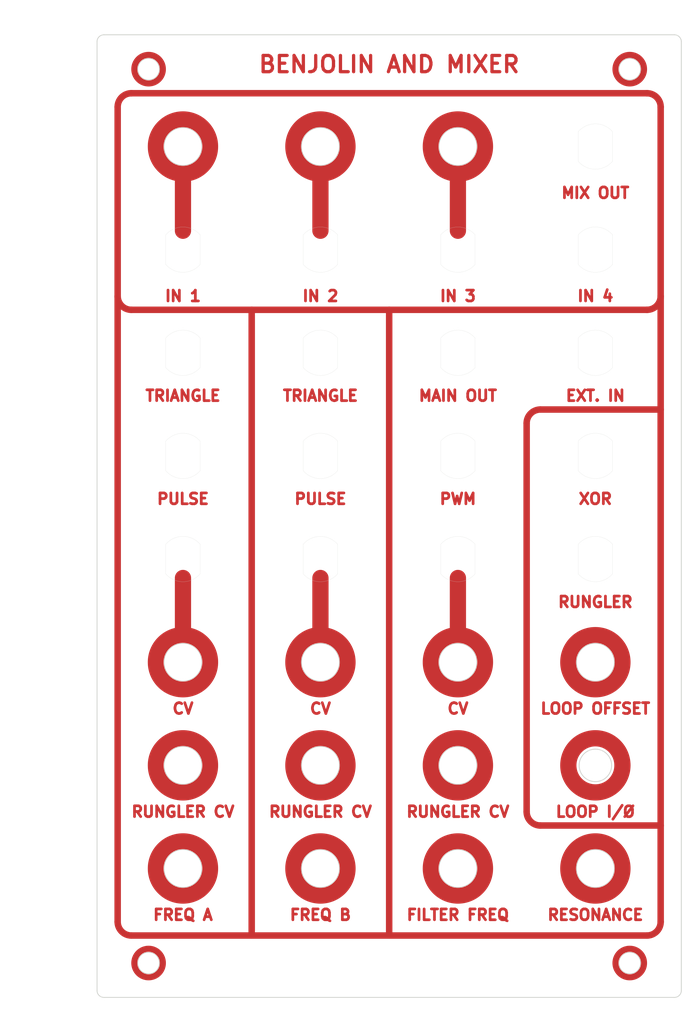
<source format=kicad_pcb>
(kicad_pcb (version 20171130) (host pcbnew "(5.1.2)-2")

  (general
    (thickness 1.6)
    (drawings 170)
    (tracks 0)
    (zones 0)
    (modules 17)
    (nets 1)
  )

  (page A4)
  (title_block
    (title "Benjolin and Mixer")
    (date 2019-07-18)
    (company "Brian Davis")
  )

  (layers
    (0 F.Cu signal)
    (31 B.Cu signal)
    (32 B.Adhes user)
    (33 F.Adhes user)
    (34 B.Paste user)
    (35 F.Paste user)
    (36 B.SilkS user)
    (37 F.SilkS user)
    (38 B.Mask user)
    (39 F.Mask user hide)
    (40 Dwgs.User user)
    (41 Cmts.User user)
    (42 Eco1.User user)
    (43 Eco2.User user)
    (44 Edge.Cuts user)
    (45 Margin user)
    (46 B.CrtYd user)
    (47 F.CrtYd user)
    (48 B.Fab user)
    (49 F.Fab user)
  )

  (setup
    (last_trace_width 0.25)
    (user_trace_width 0.381)
    (user_trace_width 0.508)
    (user_trace_width 0.8128)
    (trace_clearance 0.2)
    (zone_clearance 0.508)
    (zone_45_only no)
    (trace_min 0.2)
    (via_size 0.8)
    (via_drill 0.4)
    (via_min_size 0.4)
    (via_min_drill 0.3)
    (uvia_size 0.3)
    (uvia_drill 0.1)
    (uvias_allowed no)
    (uvia_min_size 0.2)
    (uvia_min_drill 0.1)
    (edge_width 0.15)
    (segment_width 0.15)
    (pcb_text_width 0.3)
    (pcb_text_size 1.5 1.5)
    (mod_edge_width 0.15)
    (mod_text_size 1 1)
    (mod_text_width 0.15)
    (pad_size 1.524 1.524)
    (pad_drill 0.762)
    (pad_to_mask_clearance 0.051)
    (solder_mask_min_width 0.25)
    (aux_axis_origin 0 0)
    (visible_elements 7FFFFFFF)
    (pcbplotparams
      (layerselection 0x010c0_ffffffff)
      (usegerberextensions false)
      (usegerberattributes false)
      (usegerberadvancedattributes false)
      (creategerberjobfile false)
      (excludeedgelayer false)
      (linewidth 0.020000)
      (plotframeref false)
      (viasonmask false)
      (mode 1)
      (useauxorigin true)
      (hpglpennumber 1)
      (hpglpenspeed 20)
      (hpglpendiameter 15.000000)
      (psnegative false)
      (psa4output false)
      (plotreference true)
      (plotvalue true)
      (plotinvisibletext false)
      (padsonsilk false)
      (subtractmaskfromsilk false)
      (outputformat 1)
      (mirror false)
      (drillshape 0)
      (scaleselection 1)
      (outputdirectory "Panel_Gerbers/"))
  )

  (net 0 "")

  (net_class Default "This is the default net class."
    (clearance 0.2)
    (trace_width 0.25)
    (via_dia 0.8)
    (via_drill 0.4)
    (uvia_dia 0.3)
    (uvia_drill 0.1)
  )

  (module "SynthComponents:Banana _Jack_Panel" (layer F.Cu) (tedit 5D2FAFB4) (tstamp 5D3096B0)
    (at 159.385 52.3875)
    (fp_text reference REF** (at 0.0127 1.7399) (layer F.SilkS) hide
      (effects (font (size 1 1) (thickness 0.15)))
    )
    (fp_text value "Banana Jack" (at 0.02286 -6.69544) (layer F.Fab) hide
      (effects (font (size 1 1) (thickness 0.15)))
    )
    (fp_arc (start 0 0) (end -3.174999 2.730499) (angle -98.6) (layer Edge.Cuts) (width 0.0254))
    (fp_arc (start 0 0) (end 3.174999 -2.730499) (angle -98.6) (layer Edge.Cuts) (width 0.0254))
    (fp_line (start -3.175 -2.7305) (end -3.175 2.7305) (layer Edge.Cuts) (width 0.0254))
    (fp_line (start 3.174999 -2.730499) (end 3.175 2.7305) (layer Edge.Cuts) (width 0.0254))
    (fp_circle (center 0 0) (end 5.8166 0) (layer Dwgs.User) (width 0.15))
  )

  (module "SynthComponents:Banana _Jack_Panel" (layer F.Cu) (tedit 5D2FAFB4) (tstamp 5D309740)
    (at 133.985 90.4875)
    (fp_text reference REF** (at 0.0127 1.7399) (layer F.SilkS) hide
      (effects (font (size 1 1) (thickness 0.15)))
    )
    (fp_text value "Banana Jack" (at 0.02286 -6.69544) (layer F.Fab) hide
      (effects (font (size 1 1) (thickness 0.15)))
    )
    (fp_circle (center 0 0) (end 5.8166 0) (layer Dwgs.User) (width 0.15))
    (fp_line (start 3.174999 -2.730499) (end 3.175 2.7305) (layer Edge.Cuts) (width 0.0254))
    (fp_line (start -3.175 -2.7305) (end -3.175 2.7305) (layer Edge.Cuts) (width 0.0254))
    (fp_arc (start 0 0) (end 3.174999 -2.730499) (angle -98.6) (layer Edge.Cuts) (width 0.0254))
    (fp_arc (start 0 0) (end -3.174999 2.730499) (angle -98.6) (layer Edge.Cuts) (width 0.0254))
  )

  (module "SynthComponents:Banana _Jack_Panel" (layer F.Cu) (tedit 5D2FAFB4) (tstamp 5D309780)
    (at 108.585 109.5375)
    (fp_text reference REF** (at 0.0127 1.7399) (layer F.SilkS) hide
      (effects (font (size 1 1) (thickness 0.15)))
    )
    (fp_text value "Banana Jack" (at 0.02286 -6.69544) (layer F.Fab) hide
      (effects (font (size 1 1) (thickness 0.15)))
    )
    (fp_circle (center 0 0) (end 5.8166 0) (layer Dwgs.User) (width 0.15))
    (fp_line (start 3.174999 -2.730499) (end 3.175 2.7305) (layer Edge.Cuts) (width 0.0254))
    (fp_line (start -3.175 -2.7305) (end -3.175 2.7305) (layer Edge.Cuts) (width 0.0254))
    (fp_arc (start 0 0) (end 3.174999 -2.730499) (angle -98.6) (layer Edge.Cuts) (width 0.0254))
    (fp_arc (start 0 0) (end -3.174999 2.730499) (angle -98.6) (layer Edge.Cuts) (width 0.0254))
  )

  (module "SynthComponents:Banana _Jack_Panel" (layer F.Cu) (tedit 5D2FAFB4) (tstamp 5D3096F0)
    (at 83.185 71.4375)
    (fp_text reference REF** (at 0.0127 1.7399) (layer F.SilkS) hide
      (effects (font (size 1 1) (thickness 0.15)))
    )
    (fp_text value "Banana Jack" (at 0.02286 -6.69544) (layer F.Fab) hide
      (effects (font (size 1 1) (thickness 0.15)))
    )
    (fp_arc (start 0 0) (end -3.174999 2.730499) (angle -98.6) (layer Edge.Cuts) (width 0.0254))
    (fp_arc (start 0 0) (end 3.174999 -2.730499) (angle -98.6) (layer Edge.Cuts) (width 0.0254))
    (fp_line (start -3.175 -2.7305) (end -3.175 2.7305) (layer Edge.Cuts) (width 0.0254))
    (fp_line (start 3.174999 -2.730499) (end 3.175 2.7305) (layer Edge.Cuts) (width 0.0254))
    (fp_circle (center 0 0) (end 5.8166 0) (layer Dwgs.User) (width 0.15))
  )

  (module "SynthComponents:Banana _Jack_Panel" (layer F.Cu) (tedit 5D2FAFB4) (tstamp 5D309760)
    (at 83.185 90.4875)
    (fp_text reference REF** (at 0.0127 1.7399) (layer F.SilkS) hide
      (effects (font (size 1 1) (thickness 0.15)))
    )
    (fp_text value "Banana Jack" (at 0.02286 -6.69544) (layer F.Fab) hide
      (effects (font (size 1 1) (thickness 0.15)))
    )
    (fp_circle (center 0 0) (end 5.8166 0) (layer Dwgs.User) (width 0.15))
    (fp_line (start 3.174999 -2.730499) (end 3.175 2.7305) (layer Edge.Cuts) (width 0.0254))
    (fp_line (start -3.175 -2.7305) (end -3.175 2.7305) (layer Edge.Cuts) (width 0.0254))
    (fp_arc (start 0 0) (end 3.174999 -2.730499) (angle -98.6) (layer Edge.Cuts) (width 0.0254))
    (fp_arc (start 0 0) (end -3.174999 2.730499) (angle -98.6) (layer Edge.Cuts) (width 0.0254))
  )

  (module "SynthComponents:Banana _Jack_Panel" (layer F.Cu) (tedit 5D2FAFB4) (tstamp 5D309790)
    (at 133.985 109.5375)
    (fp_text reference REF** (at 0.0127 1.7399) (layer F.SilkS) hide
      (effects (font (size 1 1) (thickness 0.15)))
    )
    (fp_text value "Banana Jack" (at 0.02286 -6.69544) (layer F.Fab) hide
      (effects (font (size 1 1) (thickness 0.15)))
    )
    (fp_arc (start 0 0) (end -3.174999 2.730499) (angle -98.6) (layer Edge.Cuts) (width 0.0254))
    (fp_arc (start 0 0) (end 3.174999 -2.730499) (angle -98.6) (layer Edge.Cuts) (width 0.0254))
    (fp_line (start -3.175 -2.7305) (end -3.175 2.7305) (layer Edge.Cuts) (width 0.0254))
    (fp_line (start 3.174999 -2.730499) (end 3.175 2.7305) (layer Edge.Cuts) (width 0.0254))
    (fp_circle (center 0 0) (end 5.8166 0) (layer Dwgs.User) (width 0.15))
  )

  (module "SynthComponents:Banana _Jack_Panel" (layer F.Cu) (tedit 5D2FAFB4) (tstamp 5D309730)
    (at 159.385 90.4875)
    (fp_text reference REF** (at 0.0127 1.7399) (layer F.SilkS) hide
      (effects (font (size 1 1) (thickness 0.15)))
    )
    (fp_text value "Banana Jack" (at 0.02286 -6.69544) (layer F.Fab) hide
      (effects (font (size 1 1) (thickness 0.15)))
    )
    (fp_arc (start 0 0) (end -3.174999 2.730499) (angle -98.6) (layer Edge.Cuts) (width 0.0254))
    (fp_arc (start 0 0) (end 3.174999 -2.730499) (angle -98.6) (layer Edge.Cuts) (width 0.0254))
    (fp_line (start -3.175 -2.7305) (end -3.175 2.7305) (layer Edge.Cuts) (width 0.0254))
    (fp_line (start 3.174999 -2.730499) (end 3.175 2.7305) (layer Edge.Cuts) (width 0.0254))
    (fp_circle (center 0 0) (end 5.8166 0) (layer Dwgs.User) (width 0.15))
  )

  (module "SynthComponents:Banana _Jack_Panel" (layer F.Cu) (tedit 5D2FAFB4) (tstamp 5D3097A0)
    (at 159.385 109.5375)
    (fp_text reference REF** (at 0.0127 1.7399) (layer F.SilkS) hide
      (effects (font (size 1 1) (thickness 0.15)))
    )
    (fp_text value "Banana Jack" (at 0.02286 -6.69544) (layer F.Fab) hide
      (effects (font (size 1 1) (thickness 0.15)))
    )
    (fp_circle (center 0 0) (end 5.8166 0) (layer Dwgs.User) (width 0.15))
    (fp_line (start 3.174999 -2.730499) (end 3.175 2.7305) (layer Edge.Cuts) (width 0.0254))
    (fp_line (start -3.175 -2.7305) (end -3.175 2.7305) (layer Edge.Cuts) (width 0.0254))
    (fp_arc (start 0 0) (end 3.174999 -2.730499) (angle -98.6) (layer Edge.Cuts) (width 0.0254))
    (fp_arc (start 0 0) (end -3.174999 2.730499) (angle -98.6) (layer Edge.Cuts) (width 0.0254))
  )

  (module "SynthComponents:Banana _Jack_Panel" (layer F.Cu) (tedit 5D2FAFB4) (tstamp 5D309770)
    (at 83.185 109.5375)
    (fp_text reference REF** (at 0.0127 1.7399) (layer F.SilkS) hide
      (effects (font (size 1 1) (thickness 0.15)))
    )
    (fp_text value "Banana Jack" (at 0.02286 -6.69544) (layer F.Fab) hide
      (effects (font (size 1 1) (thickness 0.15)))
    )
    (fp_arc (start 0 0) (end -3.174999 2.730499) (angle -98.6) (layer Edge.Cuts) (width 0.0254))
    (fp_arc (start 0 0) (end 3.174999 -2.730499) (angle -98.6) (layer Edge.Cuts) (width 0.0254))
    (fp_line (start -3.175 -2.7305) (end -3.175 2.7305) (layer Edge.Cuts) (width 0.0254))
    (fp_line (start 3.174999 -2.730499) (end 3.175 2.7305) (layer Edge.Cuts) (width 0.0254))
    (fp_circle (center 0 0) (end 5.8166 0) (layer Dwgs.User) (width 0.15))
  )

  (module "SynthComponents:Banana _Jack_Panel" (layer F.Cu) (tedit 5D2FAFB4) (tstamp 5D30915E)
    (at 159.385 33.3375)
    (fp_text reference REF** (at 0.0127 1.7399) (layer F.SilkS) hide
      (effects (font (size 1 1) (thickness 0.15)))
    )
    (fp_text value "Banana Jack" (at 0.02286 -6.69544) (layer F.Fab) hide
      (effects (font (size 1 1) (thickness 0.15)))
    )
    (fp_circle (center 0 0) (end 5.8166 0) (layer Dwgs.User) (width 0.15))
    (fp_line (start 3.174999 -2.730499) (end 3.175 2.7305) (layer Edge.Cuts) (width 0.0254))
    (fp_line (start -3.175 -2.7305) (end -3.175 2.7305) (layer Edge.Cuts) (width 0.0254))
    (fp_arc (start 0 0) (end 3.174999 -2.730499) (angle -98.6) (layer Edge.Cuts) (width 0.0254))
    (fp_arc (start 0 0) (end -3.174999 2.730499) (angle -98.6) (layer Edge.Cuts) (width 0.0254))
  )

  (module "SynthComponents:Banana _Jack_Panel" (layer F.Cu) (tedit 5D2FAFB4) (tstamp 5D309720)
    (at 159.385 71.4375)
    (fp_text reference REF** (at 0.0127 1.7399) (layer F.SilkS) hide
      (effects (font (size 1 1) (thickness 0.15)))
    )
    (fp_text value "Banana Jack" (at 0.02286 -6.69544) (layer F.Fab) hide
      (effects (font (size 1 1) (thickness 0.15)))
    )
    (fp_circle (center 0 0) (end 5.8166 0) (layer Dwgs.User) (width 0.15))
    (fp_line (start 3.174999 -2.730499) (end 3.175 2.7305) (layer Edge.Cuts) (width 0.0254))
    (fp_line (start -3.175 -2.7305) (end -3.175 2.7305) (layer Edge.Cuts) (width 0.0254))
    (fp_arc (start 0 0) (end 3.174999 -2.730499) (angle -98.6) (layer Edge.Cuts) (width 0.0254))
    (fp_arc (start 0 0) (end -3.174999 2.730499) (angle -98.6) (layer Edge.Cuts) (width 0.0254))
  )

  (module "SynthComponents:Banana _Jack_Panel" (layer F.Cu) (tedit 5D2FAFB4) (tstamp 5D309750)
    (at 108.585 90.4875)
    (fp_text reference REF** (at 0.0127 1.7399) (layer F.SilkS) hide
      (effects (font (size 1 1) (thickness 0.15)))
    )
    (fp_text value "Banana Jack" (at 0.02286 -6.69544) (layer F.Fab) hide
      (effects (font (size 1 1) (thickness 0.15)))
    )
    (fp_arc (start 0 0) (end -3.174999 2.730499) (angle -98.6) (layer Edge.Cuts) (width 0.0254))
    (fp_arc (start 0 0) (end 3.174999 -2.730499) (angle -98.6) (layer Edge.Cuts) (width 0.0254))
    (fp_line (start -3.175 -2.7305) (end -3.175 2.7305) (layer Edge.Cuts) (width 0.0254))
    (fp_line (start 3.174999 -2.730499) (end 3.175 2.7305) (layer Edge.Cuts) (width 0.0254))
    (fp_circle (center 0 0) (end 5.8166 0) (layer Dwgs.User) (width 0.15))
  )

  (module "SynthComponents:Banana _Jack_Panel" (layer F.Cu) (tedit 5D2FAFB4) (tstamp 5D309710)
    (at 133.985 71.4375)
    (fp_text reference REF** (at 0.0127 1.7399) (layer F.SilkS) hide
      (effects (font (size 1 1) (thickness 0.15)))
    )
    (fp_text value "Banana Jack" (at 0.02286 -6.69544) (layer F.Fab) hide
      (effects (font (size 1 1) (thickness 0.15)))
    )
    (fp_arc (start 0 0) (end -3.174999 2.730499) (angle -98.6) (layer Edge.Cuts) (width 0.0254))
    (fp_arc (start 0 0) (end 3.174999 -2.730499) (angle -98.6) (layer Edge.Cuts) (width 0.0254))
    (fp_line (start -3.175 -2.7305) (end -3.175 2.7305) (layer Edge.Cuts) (width 0.0254))
    (fp_line (start 3.174999 -2.730499) (end 3.175 2.7305) (layer Edge.Cuts) (width 0.0254))
    (fp_circle (center 0 0) (end 5.8166 0) (layer Dwgs.User) (width 0.15))
  )

  (module "SynthComponents:Banana _Jack_Panel" (layer F.Cu) (tedit 5D2FAFB4) (tstamp 5D3096E0)
    (at 83.185 52.3875)
    (fp_text reference REF** (at 0.0127 1.7399) (layer F.SilkS) hide
      (effects (font (size 1 1) (thickness 0.15)))
    )
    (fp_text value "Banana Jack" (at 0.02286 -6.69544) (layer F.Fab) hide
      (effects (font (size 1 1) (thickness 0.15)))
    )
    (fp_circle (center 0 0) (end 5.8166 0) (layer Dwgs.User) (width 0.15))
    (fp_line (start 3.174999 -2.730499) (end 3.175 2.7305) (layer Edge.Cuts) (width 0.0254))
    (fp_line (start -3.175 -2.7305) (end -3.175 2.7305) (layer Edge.Cuts) (width 0.0254))
    (fp_arc (start 0 0) (end 3.174999 -2.730499) (angle -98.6) (layer Edge.Cuts) (width 0.0254))
    (fp_arc (start 0 0) (end -3.174999 2.730499) (angle -98.6) (layer Edge.Cuts) (width 0.0254))
  )

  (module "SynthComponents:Banana _Jack_Panel" (layer F.Cu) (tedit 5D2FAFB4) (tstamp 5D309700)
    (at 108.585 71.4375)
    (fp_text reference REF** (at 0.0127 1.7399) (layer F.SilkS) hide
      (effects (font (size 1 1) (thickness 0.15)))
    )
    (fp_text value "Banana Jack" (at 0.02286 -6.69544) (layer F.Fab) hide
      (effects (font (size 1 1) (thickness 0.15)))
    )
    (fp_circle (center 0 0) (end 5.8166 0) (layer Dwgs.User) (width 0.15))
    (fp_line (start 3.174999 -2.730499) (end 3.175 2.7305) (layer Edge.Cuts) (width 0.0254))
    (fp_line (start -3.175 -2.7305) (end -3.175 2.7305) (layer Edge.Cuts) (width 0.0254))
    (fp_arc (start 0 0) (end 3.174999 -2.730499) (angle -98.6) (layer Edge.Cuts) (width 0.0254))
    (fp_arc (start 0 0) (end -3.174999 2.730499) (angle -98.6) (layer Edge.Cuts) (width 0.0254))
  )

  (module "SynthComponents:Banana _Jack_Panel" (layer F.Cu) (tedit 5D2FAFB4) (tstamp 5D3096D0)
    (at 108.585 52.3875)
    (fp_text reference REF** (at 0.0127 1.7399) (layer F.SilkS) hide
      (effects (font (size 1 1) (thickness 0.15)))
    )
    (fp_text value "Banana Jack" (at 0.02286 -6.69544) (layer F.Fab) hide
      (effects (font (size 1 1) (thickness 0.15)))
    )
    (fp_arc (start 0 0) (end -3.174999 2.730499) (angle -98.6) (layer Edge.Cuts) (width 0.0254))
    (fp_arc (start 0 0) (end 3.174999 -2.730499) (angle -98.6) (layer Edge.Cuts) (width 0.0254))
    (fp_line (start -3.175 -2.7305) (end -3.175 2.7305) (layer Edge.Cuts) (width 0.0254))
    (fp_line (start 3.174999 -2.730499) (end 3.175 2.7305) (layer Edge.Cuts) (width 0.0254))
    (fp_circle (center 0 0) (end 5.8166 0) (layer Dwgs.User) (width 0.15))
  )

  (module "SynthComponents:Banana _Jack_Panel" (layer F.Cu) (tedit 5D2FAFB4) (tstamp 5D3096C0)
    (at 133.985 52.3875)
    (fp_text reference REF** (at 0.0127 1.7399) (layer F.SilkS) hide
      (effects (font (size 1 1) (thickness 0.15)))
    )
    (fp_text value "Banana Jack" (at 0.02286 -6.69544) (layer F.Fab) hide
      (effects (font (size 1 1) (thickness 0.15)))
    )
    (fp_circle (center 0 0) (end 5.8166 0) (layer Dwgs.User) (width 0.15))
    (fp_line (start 3.174999 -2.730499) (end 3.175 2.7305) (layer Edge.Cuts) (width 0.0254))
    (fp_line (start -3.175 -2.7305) (end -3.175 2.7305) (layer Edge.Cuts) (width 0.0254))
    (fp_arc (start 0 0) (end 3.174999 -2.730499) (angle -98.6) (layer Edge.Cuts) (width 0.0254))
    (fp_arc (start 0 0) (end -3.174999 2.730499) (angle -98.6) (layer Edge.Cuts) (width 0.0254))
  )

  (dimension 12.7 (width 0.15) (layer Dwgs.User)
    (gr_text "0.5000 in" (at 114.935 14.635) (layer Dwgs.User)
      (effects (font (size 1 1) (thickness 0.15)))
    )
    (feature1 (pts (xy 121.285 13.335) (xy 121.285 13.921421)))
    (feature2 (pts (xy 108.585 13.335) (xy 108.585 13.921421)))
    (crossbar (pts (xy 108.585 13.335) (xy 121.285 13.335)))
    (arrow1a (pts (xy 121.285 13.335) (xy 120.158496 13.921421)))
    (arrow1b (pts (xy 121.285 13.335) (xy 120.158496 12.748579)))
    (arrow2a (pts (xy 108.585 13.335) (xy 109.711504 13.921421)))
    (arrow2b (pts (xy 108.585 13.335) (xy 109.711504 12.748579)))
  )
  (gr_line (start 67.31 33.3375) (end 175.26 33.3375) (layer Dwgs.User) (width 0.15))
  (gr_line (start 67.31 147.6375) (end 175.26 147.6375) (layer Dwgs.User) (width 0.15))
  (gr_line (start 67.31 109.5375) (end 175.26 109.5375) (layer Dwgs.User) (width 0.15))
  (gr_line (start 67.31 90.4875) (end 175.26 90.4875) (layer Dwgs.User) (width 0.15))
  (gr_line (start 67.31 71.4375) (end 175.26 71.4375) (layer Dwgs.User) (width 0.15))
  (gr_line (start 67.31 52.3875) (end 175.26 52.3875) (layer Dwgs.User) (width 0.15))
  (gr_line (start 67.31 128.5875) (end 175.26 128.5875) (layer Dwgs.User) (width 0.15))
  (gr_text TRIANGLE (at 83.185 79.375) (layer F.Cu) (tstamp 5D2FF6C1)
    (effects (font (size 2 2) (thickness 0.5)))
  )
  (gr_text PULSE (at 108.585 98.425) (layer F.Cu) (tstamp 5D2FF6B1)
    (effects (font (size 2 2) (thickness 0.5)))
  )
  (gr_text TRIANGLE (at 108.585 79.375) (layer F.Cu) (tstamp 5D2FF6AF)
    (effects (font (size 2 2) (thickness 0.5)))
  )
  (gr_text CV (at 83.185 137.16) (layer F.Cu) (tstamp 5D2FF11E)
    (effects (font (size 2 2) (thickness 0.5)))
  )
  (gr_text CV (at 108.585 137.16) (layer F.Cu) (tstamp 5D2FF11C)
    (effects (font (size 2 2) (thickness 0.5)))
  )
  (gr_text PULSE (at 83.185 98.425) (layer F.Cu) (tstamp 5D2FF6B8)
    (effects (font (size 2 2) (thickness 0.5)))
  )
  (gr_text PWM (at 133.985 98.425) (layer F.Cu) (tstamp 5D2FF6B3)
    (effects (font (size 2 2) (thickness 0.5)))
  )
  (gr_text "FREQ A" (at 83.185 175.26) (layer F.Cu) (tstamp 5D2FDB4D)
    (effects (font (size 2 2) (thickness 0.5)))
  )
  (gr_text "LOOP I/Ø" (at 159.385 156.21) (layer F.Cu) (tstamp 5D2FDB73)
    (effects (font (size 2 2) (thickness 0.5)))
  )
  (gr_text "IN 1" (at 83.185 60.96) (layer F.Cu) (tstamp 5D2FDB9B)
    (effects (font (size 2 2) (thickness 0.5)))
  )
  (gr_text "RUNGLER CV" (at 108.585 156.21) (layer F.Cu) (tstamp 5D2FDB6D)
    (effects (font (size 2 2) (thickness 0.5)))
  )
  (gr_text "RUNGLER CV" (at 83.185 156.21) (layer F.Cu) (tstamp 5D2FDB4B)
    (effects (font (size 2 2) (thickness 0.5)))
  )
  (gr_text "RUNGLER CV" (at 133.985 156.21) (layer F.Cu) (tstamp 5D2FDB6B)
    (effects (font (size 2 2) (thickness 0.5)))
  )
  (gr_text CV (at 133.985 137.16) (layer F.Cu) (tstamp 5D2FDB6F)
    (effects (font (size 2 2) (thickness 0.5)))
  )
  (gr_text RESONANCE (at 159.385 175.26) (layer F.Cu) (tstamp 5D2FDB69)
    (effects (font (size 2 2) (thickness 0.5)))
  )
  (gr_text "MAIN OUT" (at 133.985 79.375) (layer F.Cu) (tstamp 5D2F98FF)
    (effects (font (size 2 2) (thickness 0.5)))
  )
  (gr_text "EXT. IN" (at 159.385 79.375) (layer F.Cu) (tstamp 5D2FDB79)
    (effects (font (size 2 2) (thickness 0.5)))
  )
  (gr_text "BENJOLIN AND MIXER" (at 121.285 18.161) (layer F.Cu)
    (effects (font (size 3 3) (thickness 0.6)))
  )
  (gr_text "IN 3" (at 133.985 60.96) (layer F.Cu) (tstamp 5D2FDBA6)
    (effects (font (size 2 2) (thickness 0.5)))
  )
  (gr_text "IN 4" (at 159.385 60.96) (layer F.Cu) (tstamp 5D2FDB7B)
    (effects (font (size 2 2) (thickness 0.5)))
  )
  (gr_text "4mm\nhole" (at 72.39 23.114) (layer Dwgs.User)
    (effects (font (size 1.5 1.5) (thickness 0.3)))
  )
  (gr_text "IN 2" (at 108.585 60.96) (layer F.Cu) (tstamp 5D2FDBA4)
    (effects (font (size 2 2) (thickness 0.5)))
  )
  (gr_text "FILTER FREQ" (at 133.985 175.26) (layer F.Cu) (tstamp 5D2FDB67)
    (effects (font (size 2 2) (thickness 0.5)))
  )
  (gr_text XOR (at 159.385 98.425) (layer F.Cu) (tstamp 5D2FDB77)
    (effects (font (size 2 2) (thickness 0.5)))
  )
  (gr_text "MIX OUT" (at 159.385 41.91) (layer F.Cu) (tstamp 5D2FDB8B)
    (effects (font (size 2 2) (thickness 0.5)))
  )
  (gr_text RUNGLER (at 159.385 117.475) (layer F.Cu) (tstamp 5D2FDB75)
    (effects (font (size 2 2) (thickness 0.5)))
  )
  (gr_text "LOOP OFFSET" (at 159.385 137.16) (layer F.Cu) (tstamp 5D2FDB71)
    (effects (font (size 2 2) (thickness 0.5)))
  )
  (gr_text "FREQ B" (at 108.585 175.26) (layer F.Cu) (tstamp 5D2FDB65)
    (effects (font (size 2 2) (thickness 0.5)))
  )
  (gr_circle (center 76.835 184.15) (end 79.435 184.15) (layer F.Cu) (width 1.2) (tstamp 5D2FDB13))
  (dimension 6.35 (width 0.15) (layer Dwgs.User)
    (gr_text "0.2500 in" (at 159.99 187.325 90) (layer Dwgs.User)
      (effects (font (size 1 1) (thickness 0.15)))
    )
    (feature1 (pts (xy 165.735 184.15) (xy 160.703579 184.15)))
    (feature2 (pts (xy 165.735 190.5) (xy 160.703579 190.5)))
    (crossbar (pts (xy 161.29 190.5) (xy 161.29 184.15)))
    (arrow1a (pts (xy 161.29 184.15) (xy 161.876421 185.276504)))
    (arrow1b (pts (xy 161.29 184.15) (xy 160.703579 185.276504)))
    (arrow2a (pts (xy 161.29 190.5) (xy 161.876421 189.373496)))
    (arrow2b (pts (xy 161.29 190.5) (xy 160.703579 189.373496)))
  )
  (gr_line (start 83.185 48.895) (end 83.185 39.37) (layer F.Cu) (width 3) (tstamp 5D2FDBC3))
  (gr_circle (center 165.735 19.05) (end 168.335 19.05) (layer F.Cu) (width 1.2) (tstamp 5D2FDB0F))
  (gr_circle (center 76.835 19.05) (end 79.435 19.05) (layer F.Cu) (width 1.2) (tstamp 5D2FDB02))
  (dimension 9.525 (width 0.15) (layer Dwgs.User)
    (gr_text "0.3750 in" (at 170.4975 179.675) (layer Dwgs.User)
      (effects (font (size 1 1) (thickness 0.15)))
    )
    (feature1 (pts (xy 175.26 184.15) (xy 175.26 180.388579)))
    (feature2 (pts (xy 165.735 184.15) (xy 165.735 180.388579)))
    (crossbar (pts (xy 165.735 180.975) (xy 175.26 180.975)))
    (arrow1a (pts (xy 175.26 180.975) (xy 174.133496 181.561421)))
    (arrow1b (pts (xy 175.26 180.975) (xy 174.133496 180.388579)))
    (arrow2a (pts (xy 165.735 180.975) (xy 166.861504 181.561421)))
    (arrow2b (pts (xy 165.735 180.975) (xy 166.861504 180.388579)))
  )
  (gr_line (start 83.185 122.555) (end 83.185 113.03) (layer F.Cu) (width 3) (tstamp 5D2FF693))
  (gr_arc (start 149.225 156.21) (end 146.685 156.21) (angle -90) (layer F.Cu) (width 1.2) (tstamp 5D309D06))
  (gr_line (start 173.99 190.5) (end 68.58 190.5) (layer Edge.Cuts) (width 0.15))
  (gr_arc (start 173.99 13.97) (end 175.26 13.97) (angle -90) (layer Edge.Cuts) (width 0.15) (tstamp 5D38A5E9))
  (gr_line (start 133.985 122.555) (end 133.985 113.03) (layer F.Cu) (width 3) (tstamp 5D2FF694))
  (gr_circle (center 165.735 184.15) (end 168.335 184.15) (layer F.Cu) (width 1.2) (tstamp 5D2FDB11))
  (gr_line (start 108.585 48.895) (end 108.585 39.37) (layer F.Cu) (width 3) (tstamp 5D2FDBBF))
  (gr_line (start 108.585 122.555) (end 108.585 113.03) (layer F.Cu) (width 3) (tstamp 5D2FF692))
  (gr_circle (center 83.185 147.6375) (end 88.185 147.6375) (layer F.Cu) (width 3) (tstamp 5D2F9783))
  (gr_circle (center 108.585 128.5875) (end 114.585 128.5875) (layer Dwgs.User) (width 0.15) (tstamp 5D2F978C))
  (gr_circle (center 133.985 166.6875) (end 139.985 166.6875) (layer Dwgs.User) (width 0.15) (tstamp 5D2F97A0))
  (gr_circle (center 83.185 33.3375) (end 88.185 33.3375) (layer F.Cu) (width 3) (tstamp 5D2F97AD))
  (gr_circle (center 133.985 128.5875) (end 138.985 128.5875) (layer F.Cu) (width 3) (tstamp 5D2F9772))
  (gr_circle (center 108.585 147.6375) (end 113.585 147.6375) (layer F.Cu) (width 3) (tstamp 5D2F977F))
  (gr_circle (center 83.185 166.6875) (end 89.185 166.6875) (layer Dwgs.User) (width 0.15) (tstamp 5D2F979C))
  (gr_circle (center 133.985 147.6375) (end 139.985 147.6375) (layer Dwgs.User) (width 0.15) (tstamp 5D2F9795))
  (gr_line (start 133.985 48.895) (end 133.985 39.37) (layer F.Cu) (width 3) (tstamp 5D2FDBC5))
  (gr_line (start 68.58 12.7) (end 173.99 12.7) (layer Edge.Cuts) (width 0.15) (tstamp 5D30279C))
  (gr_circle (center 159.385 128.5875) (end 165.385 128.5875) (layer Dwgs.User) (width 0.15) (tstamp 5D2F9790))
  (gr_circle (center 83.185 33.3375) (end 89.185 33.3375) (layer Dwgs.User) (width 0.15) (tstamp 5D2F97A8))
  (gr_circle (center 133.985 128.5875) (end 139.985 128.5875) (layer Dwgs.User) (width 0.15) (tstamp 5D2F978E))
  (gr_circle (center 108.585 166.6875) (end 113.585 166.6875) (layer F.Cu) (width 3) (tstamp 5D2F9781))
  (dimension 9.525 (width 0.15) (layer Dwgs.User)
    (gr_text "0.3750 in" (at 72.0725 180.31) (layer Dwgs.User)
      (effects (font (size 1 1) (thickness 0.15)))
    )
    (feature1 (pts (xy 67.31 184.15) (xy 67.31 181.023579)))
    (feature2 (pts (xy 76.835 184.15) (xy 76.835 181.023579)))
    (crossbar (pts (xy 76.835 181.61) (xy 67.31 181.61)))
    (arrow1a (pts (xy 67.31 181.61) (xy 68.436504 181.023579)))
    (arrow1b (pts (xy 67.31 181.61) (xy 68.436504 182.196421)))
    (arrow2a (pts (xy 76.835 181.61) (xy 75.708496 181.023579)))
    (arrow2b (pts (xy 76.835 181.61) (xy 75.708496 182.196421)))
  )
  (gr_line (start 67.31 189.23) (end 67.31 13.97) (layer Edge.Cuts) (width 0.15))
  (gr_circle (center 133.985 147.6375) (end 138.985 147.6375) (layer F.Cu) (width 3) (tstamp 5D2F977D))
  (gr_circle (center 83.185 166.6875) (end 88.185 166.6875) (layer F.Cu) (width 3) (tstamp 5D2F9785))
  (gr_arc (start 68.58 189.23) (end 67.31 189.23) (angle -90) (layer Edge.Cuts) (width 0.15) (tstamp 5D38A5BD))
  (gr_arc (start 173.99 189.23) (end 173.99 190.5) (angle -90) (layer Edge.Cuts) (width 0.15))
  (gr_circle (center 83.185 128.5875) (end 89.185 128.5875) (layer Dwgs.User) (width 0.15))
  (gr_circle (center 159.385 147.6375) (end 165.385 147.6375) (layer Dwgs.User) (width 0.15) (tstamp 5D2F9792))
  (gr_arc (start 149.225 84.455) (end 149.225 81.915) (angle -90) (layer F.Cu) (width 1.2) (tstamp 5D309D04))
  (gr_arc (start 68.58 13.97) (end 68.58 12.7) (angle -90) (layer Edge.Cuts) (width 0.15) (tstamp 5D38A5CB))
  (gr_line (start 175.26 13.97) (end 175.26 189.23) (layer Edge.Cuts) (width 0.15))
  (gr_circle (center 108.585 147.6375) (end 114.585 147.6375) (layer Dwgs.User) (width 0.15) (tstamp 5D2F9798))
  (gr_circle (center 159.385 166.6875) (end 165.385 166.6875) (layer Dwgs.User) (width 0.15) (tstamp 5D2F97A2))
  (dimension 6.35 (width 0.15) (layer Dwgs.User)
    (gr_text "0.2500 in" (at 70.455 187.325 90) (layer Dwgs.User)
      (effects (font (size 1 1) (thickness 0.15)))
    )
    (feature1 (pts (xy 76.835 184.15) (xy 71.168579 184.15)))
    (feature2 (pts (xy 76.835 190.5) (xy 71.168579 190.5)))
    (crossbar (pts (xy 71.755 190.5) (xy 71.755 184.15)))
    (arrow1a (pts (xy 71.755 184.15) (xy 72.341421 185.276504)))
    (arrow1b (pts (xy 71.755 184.15) (xy 71.168579 185.276504)))
    (arrow2a (pts (xy 71.755 190.5) (xy 72.341421 189.373496)))
    (arrow2b (pts (xy 71.755 190.5) (xy 71.168579 189.373496)))
  )
  (gr_circle (center 108.585 128.5875) (end 114.585 128.5875) (layer Dwgs.User) (width 0.15) (tstamp 5D2F9750))
  (gr_circle (center 159.385 128.5875) (end 164.385 128.5875) (layer F.Cu) (width 3) (tstamp 5D2F9775))
  (gr_circle (center 108.585 147.6375) (end 112.085 147.6375) (layer Edge.Cuts) (width 0.15) (tstamp 5D2EEEE0))
  (gr_circle (center 108.585 33.3375) (end 114.585 33.3375) (layer Dwgs.User) (width 0.15) (tstamp 5D2F97A6))
  (gr_circle (center 133.985 128.5875) (end 137.485 128.5875) (layer Edge.Cuts) (width 0.15))
  (gr_circle (center 83.185 128.5875) (end 86.685 128.5875) (layer Edge.Cuts) (width 0.15) (tstamp 5D2EEEC6))
  (gr_circle (center 133.985 166.6875) (end 137.485 166.6875) (layer Edge.Cuts) (width 0.15) (tstamp 5D2EEEDA))
  (gr_line (start 163.195 184.15) (end 168.275 184.15) (layer Dwgs.User) (width 0.15) (tstamp 5D330147))
  (dimension 6.35 (width 0.3) (layer Dwgs.User)
    (gr_text "      0.2500 in" (at 81.983 15.875 270) (layer Dwgs.User)
      (effects (font (size 1.5 1.5) (thickness 0.3)))
    )
    (feature1 (pts (xy 76.835 19.05) (xy 80.469421 19.05)))
    (feature2 (pts (xy 76.835 12.7) (xy 80.469421 12.7)))
    (crossbar (pts (xy 79.883 12.7) (xy 79.883 19.05)))
    (arrow1a (pts (xy 79.883 19.05) (xy 79.296579 17.923496)))
    (arrow1b (pts (xy 79.883 19.05) (xy 80.469421 17.923496)))
    (arrow2a (pts (xy 79.883 12.7) (xy 79.296579 13.826504)))
    (arrow2b (pts (xy 79.883 12.7) (xy 80.469421 13.826504)))
  )
  (gr_circle (center 159.385 128.5875) (end 162.885 128.5875) (layer Edge.Cuts) (width 0.15) (tstamp 5D2EEED6))
  (gr_line (start 60.96 147.6375) (end 67.31 147.6375) (layer Dwgs.User) (width 0.15) (tstamp 5D32FC72))
  (dimension 20.6375 (width 0.3) (layer Dwgs.User)
    (gr_text "0.8125 in" (at 63.305 23.01875 90) (layer Dwgs.User)
      (effects (font (size 1.5 1.5) (thickness 0.3)))
    )
    (feature1 (pts (xy 67.31 12.7) (xy 64.818579 12.7)))
    (feature2 (pts (xy 67.31 33.3375) (xy 64.818579 33.3375)))
    (crossbar (pts (xy 65.405 33.3375) (xy 65.405 12.7)))
    (arrow1a (pts (xy 65.405 12.7) (xy 65.991421 13.826504)))
    (arrow1b (pts (xy 65.405 12.7) (xy 64.818579 13.826504)))
    (arrow2a (pts (xy 65.405 33.3375) (xy 65.991421 32.210996)))
    (arrow2b (pts (xy 65.405 33.3375) (xy 64.818579 32.210996)))
  )
  (gr_circle (center 165.735 19.05) (end 167.735 19.05) (layer Edge.Cuts) (width 0.15) (tstamp 5D3300FD))
  (gr_line (start 76.835 16.891) (end 76.835 21.209) (layer Dwgs.User) (width 0.15))
  (dimension 19.05 (width 0.3) (layer Dwgs.User)
    (gr_text "0.7500 in" (at 63.305 80.9625 90) (layer Dwgs.User)
      (effects (font (size 1.5 1.5) (thickness 0.3)))
    )
    (feature1 (pts (xy 67.31 71.4375) (xy 64.818579 71.4375)))
    (feature2 (pts (xy 67.31 90.4875) (xy 64.818579 90.4875)))
    (crossbar (pts (xy 65.405 90.4875) (xy 65.405 71.4375)))
    (arrow1a (pts (xy 65.405 71.4375) (xy 65.991421 72.564004)))
    (arrow1b (pts (xy 65.405 71.4375) (xy 64.818579 72.564004)))
    (arrow2a (pts (xy 65.405 90.4875) (xy 65.991421 89.360996)))
    (arrow2b (pts (xy 65.405 90.4875) (xy 64.818579 89.360996)))
  )
  (gr_circle (center 159.385 147.6375) (end 164.385 147.6375) (layer F.Cu) (width 3) (tstamp 5D2F9777))
  (gr_circle (center 133.985 147.6375) (end 137.485 147.6375) (layer Edge.Cuts) (width 0.15) (tstamp 5D2EEEDC))
  (gr_line (start 163.576 19.05) (end 167.894 19.05) (layer Dwgs.User) (width 0.15) (tstamp 5D33011F))
  (gr_circle (center 76.835 184.15) (end 78.835 184.15) (layer Edge.Cuts) (width 0.15))
  (gr_line (start 74.676 184.15) (end 78.994 184.15) (layer Dwgs.User) (width 0.15) (tstamp 5D33017C))
  (gr_circle (center 133.985 33.3375) (end 139.985 33.3375) (layer Dwgs.User) (width 0.15) (tstamp 5D2F97A4))
  (gr_circle (center 108.585 128.5875) (end 112.085 128.5875) (layer Edge.Cuts) (width 0.15) (tstamp 5D2EEEC3))
  (gr_circle (center 133.985 33.3375) (end 137.485 33.3375) (layer Edge.Cuts) (width 0.15) (tstamp 5D2EEEEA))
  (gr_line (start 60.96 90.4875) (end 67.31 90.4875) (layer Dwgs.User) (width 0.15) (tstamp 5D32FC72))
  (dimension 9.525 (width 0.3) (layer Dwgs.User)
    (gr_text "0.3750 in" (at 72.0725 14.156) (layer Dwgs.User)
      (effects (font (size 1.5 1.5) (thickness 0.3)))
    )
    (feature1 (pts (xy 76.835 19.05) (xy 76.835 15.669579)))
    (feature2 (pts (xy 67.31 19.05) (xy 67.31 15.669579)))
    (crossbar (pts (xy 67.31 16.256) (xy 76.835 16.256)))
    (arrow1a (pts (xy 76.835 16.256) (xy 75.708496 16.842421)))
    (arrow1b (pts (xy 76.835 16.256) (xy 75.708496 15.669579)))
    (arrow2a (pts (xy 67.31 16.256) (xy 68.436504 16.842421)))
    (arrow2b (pts (xy 67.31 16.256) (xy 68.436504 15.669579)))
  )
  (gr_line (start 60.96 166.6875) (end 67.31 166.6875) (layer Dwgs.User) (width 0.15) (tstamp 5D32FC72))
  (gr_line (start 165.735 16.891) (end 165.735 21.209) (layer Dwgs.User) (width 0.15) (tstamp 5D33011E))
  (gr_circle (center 108.585 33.3375) (end 113.585 33.3375) (layer F.Cu) (width 3) (tstamp 5D2F97AF))
  (gr_line (start 60.96 109.5375) (end 67.31 109.5375) (layer Dwgs.User) (width 0.15) (tstamp 5D32FC72))
  (gr_line (start 108.585 12.7) (end 108.585 6.35) (layer Dwgs.User) (width 0.15) (tstamp 5D32FC72))
  (gr_circle (center 108.585 166.6875) (end 114.585 166.6875) (layer Dwgs.User) (width 0.15) (tstamp 5D2F979E))
  (gr_line (start 76.835 182.245) (end 76.835 186.563) (layer Dwgs.User) (width 0.15) (tstamp 5D33017B))
  (gr_line (start 60.96 52.3875) (end 67.31 52.3875) (layer Dwgs.User) (width 0.15) (tstamp 5D32FC72))
  (dimension 15.875 (width 0.3) (layer Dwgs.User)
    (gr_text "0.6250 in" (at 167.3225 8.695) (layer Dwgs.User)
      (effects (font (size 1.5 1.5) (thickness 0.3)))
    )
    (feature1 (pts (xy 175.26 12.7) (xy 175.26 10.208579)))
    (feature2 (pts (xy 159.385 12.7) (xy 159.385 10.208579)))
    (crossbar (pts (xy 159.385 10.795) (xy 175.26 10.795)))
    (arrow1a (pts (xy 175.26 10.795) (xy 174.133496 11.381421)))
    (arrow1b (pts (xy 175.26 10.795) (xy 174.133496 10.208579)))
    (arrow2a (pts (xy 159.385 10.795) (xy 160.511504 11.381421)))
    (arrow2b (pts (xy 159.385 10.795) (xy 160.511504 10.208579)))
  )
  (gr_circle (center 133.985 166.6875) (end 138.985 166.6875) (layer F.Cu) (width 3) (tstamp 5D2F977B))
  (gr_line (start 165.735 181.61) (end 165.735 186.563) (layer Dwgs.User) (width 0.15) (tstamp 5D330146))
  (gr_circle (center 159.385 166.6875) (end 164.385 166.6875) (layer F.Cu) (width 3) (tstamp 5D2F9779))
  (dimension 25.4 (width 0.3) (layer Dwgs.User)
    (gr_text "1.0000 in" (at 121.285 8.695) (layer Dwgs.User)
      (effects (font (size 1.5 1.5) (thickness 0.3)))
    )
    (feature1 (pts (xy 133.985 12.7) (xy 133.985 10.208579)))
    (feature2 (pts (xy 108.585 12.7) (xy 108.585 10.208579)))
    (crossbar (pts (xy 108.585 10.795) (xy 133.985 10.795)))
    (arrow1a (pts (xy 133.985 10.795) (xy 132.858496 11.381421)))
    (arrow1b (pts (xy 133.985 10.795) (xy 132.858496 10.208579)))
    (arrow2a (pts (xy 108.585 10.795) (xy 109.711504 11.381421)))
    (arrow2b (pts (xy 108.585 10.795) (xy 109.711504 10.208579)))
  )
  (gr_line (start 159.385 12.7) (end 159.385 6.35) (layer Dwgs.User) (width 0.15) (tstamp 5D32FC72))
  (dimension 15.875 (width 0.3) (layer Dwgs.User)
    (gr_text "0.6250 in" (at 75.2475 8.695001) (layer Dwgs.User)
      (effects (font (size 1.5 1.5) (thickness 0.3)))
    )
    (feature1 (pts (xy 67.31 12.7) (xy 67.31 10.20858)))
    (feature2 (pts (xy 83.185 12.7) (xy 83.185 10.20858)))
    (crossbar (pts (xy 83.185 10.795001) (xy 67.31 10.795001)))
    (arrow1a (pts (xy 67.31 10.795001) (xy 68.436504 10.20858)))
    (arrow1b (pts (xy 67.31 10.795001) (xy 68.436504 11.381422)))
    (arrow2a (pts (xy 83.185 10.795001) (xy 82.058496 10.20858)))
    (arrow2b (pts (xy 83.185 10.795001) (xy 82.058496 11.381422)))
  )
  (gr_circle (center 108.585 166.6875) (end 112.085 166.6875) (layer Edge.Cuts) (width 0.15) (tstamp 5D2EEEDE))
  (gr_circle (center 133.985 33.3375) (end 138.985 33.3375) (layer F.Cu) (width 3) (tstamp 5D2F97B1))
  (gr_circle (center 83.185 147.6375) (end 89.185 147.6375) (layer Dwgs.User) (width 0.15) (tstamp 5D2F979A))
  (gr_line (start 108.585 12.7) (end 108.585 190.246) (layer Dwgs.User) (width 0.15))
  (gr_circle (center 108.5775 33.3375) (end 112.0775 33.3375) (layer Edge.Cuts) (width 0.15) (tstamp 5D2EEEE8))
  (gr_circle (center 108.585 128.5875) (end 113.585 128.5875) (layer F.Cu) (width 3) (tstamp 5D2F9751))
  (gr_circle (center 83.185 147.6375) (end 86.685 147.6375) (layer Edge.Cuts) (width 0.15) (tstamp 5D2EEEE2))
  (gr_line (start 60.96 128.5875) (end 67.31 128.5875) (layer Dwgs.User) (width 0.15) (tstamp 5D32FC72))
  (gr_circle (center 165.735 184.15) (end 167.735 184.15) (layer Edge.Cuts) (width 0.15) (tstamp 5D330145))
  (gr_circle (center 159.385 166.6875) (end 162.885 166.6875) (layer Edge.Cuts) (width 0.15) (tstamp 5D2EEED8))
  (dimension 177.8 (width 0.3) (layer Dwgs.User)
    (gr_text "7.0000 in" (at 59.25 101.6 270) (layer Dwgs.User)
      (effects (font (size 1.5 1.5) (thickness 0.3)))
    )
    (feature1 (pts (xy 49.53 190.5) (xy 57.736421 190.5)))
    (feature2 (pts (xy 49.53 12.7) (xy 57.736421 12.7)))
    (crossbar (pts (xy 57.15 12.7) (xy 57.15 190.5)))
    (arrow1a (pts (xy 57.15 190.5) (xy 56.563579 189.373496)))
    (arrow1b (pts (xy 57.15 190.5) (xy 57.736421 189.373496)))
    (arrow2a (pts (xy 57.15 12.7) (xy 56.563579 13.826504)))
    (arrow2b (pts (xy 57.15 12.7) (xy 57.736421 13.826504)))
  )
  (dimension 25.4 (width 0.3) (layer Dwgs.User)
    (gr_text "1.0000 in" (at 95.885 8.695) (layer Dwgs.User)
      (effects (font (size 1.5 1.5) (thickness 0.3)))
    )
    (feature1 (pts (xy 108.585 12.7) (xy 108.585 10.208579)))
    (feature2 (pts (xy 83.185 12.7) (xy 83.185 10.208579)))
    (crossbar (pts (xy 83.185 10.795) (xy 108.585 10.795)))
    (arrow1a (pts (xy 108.585 10.795) (xy 107.458496 11.381421)))
    (arrow1b (pts (xy 108.585 10.795) (xy 107.458496 10.208579)))
    (arrow2a (pts (xy 83.185 10.795) (xy 84.311504 11.381421)))
    (arrow2b (pts (xy 83.185 10.795) (xy 84.311504 10.208579)))
  )
  (gr_line (start 168.91 23.495) (end 73.66 23.495) (layer F.Cu) (width 1.2) (tstamp 5D2F8E8A))
  (dimension 19.05 (width 0.3) (layer Dwgs.User)
    (gr_text "0.7500 in" (at 63.305 100.0125 90) (layer Dwgs.User)
      (effects (font (size 1.5 1.5) (thickness 0.3)))
    )
    (feature1 (pts (xy 67.31 90.4875) (xy 64.818579 90.4875)))
    (feature2 (pts (xy 67.31 109.5375) (xy 64.818579 109.5375)))
    (crossbar (pts (xy 65.405 109.5375) (xy 65.405 90.4875)))
    (arrow1a (pts (xy 65.405 90.4875) (xy 65.991421 91.614004)))
    (arrow1b (pts (xy 65.405 90.4875) (xy 64.818579 91.614004)))
    (arrow2a (pts (xy 65.405 109.5375) (xy 65.991421 108.410996)))
    (arrow2b (pts (xy 65.405 109.5375) (xy 64.818579 108.410996)))
  )
  (gr_line (start 83.185 12.7) (end 83.185 190.246) (layer Dwgs.User) (width 0.15))
  (gr_line (start 60.96 71.4375) (end 67.31 71.4375) (layer Dwgs.User) (width 0.15))
  (gr_line (start 67.31 166.6875) (end 175.26 166.6875) (layer Dwgs.User) (width 0.15))
  (gr_line (start 133.985 12.7) (end 133.985 6.35) (layer Dwgs.User) (width 0.15) (tstamp 5D32FC72))
  (gr_circle (center 83.185 166.6875) (end 86.685 166.6875) (layer Edge.Cuts) (width 0.15) (tstamp 5D2EEEE4))
  (gr_circle (center 83.185 33.3375) (end 86.685 33.3375) (layer Edge.Cuts) (width 0.15) (tstamp 5D2EEEE6))
  (gr_line (start 168.91 179.07) (end 73.66 179.07) (layer F.Cu) (width 1.2) (tstamp 5D2F90D5))
  (gr_line (start 171.45 26.035) (end 171.45 176.53) (layer F.Cu) (width 1.2))
  (gr_circle (center 76.835 19.05) (end 78.835 19.05) (layer Edge.Cuts) (width 0.15) (tstamp 5D3300EB))
  (dimension 19.05 (width 0.3) (layer Dwgs.User)
    (gr_text "0.7500 in" (at 63.305 138.1125 90) (layer Dwgs.User)
      (effects (font (size 1.5 1.5) (thickness 0.3)))
    )
    (feature1 (pts (xy 67.31 128.5875) (xy 64.818579 128.5875)))
    (feature2 (pts (xy 67.31 147.6375) (xy 64.818579 147.6375)))
    (crossbar (pts (xy 65.405 147.6375) (xy 65.405 128.5875)))
    (arrow1a (pts (xy 65.405 128.5875) (xy 65.991421 129.714004)))
    (arrow1b (pts (xy 65.405 128.5875) (xy 64.818579 129.714004)))
    (arrow2a (pts (xy 65.405 147.6375) (xy 65.991421 146.510996)))
    (arrow2b (pts (xy 65.405 147.6375) (xy 64.818579 146.510996)))
  )
  (gr_circle (center 83.185 128.5875) (end 88.185 128.5875) (layer F.Cu) (width 3))
  (gr_arc (start 73.66 60.96) (end 71.12 60.96) (angle -90) (layer F.Cu) (width 1.2) (tstamp 5D2F92D8))
  (gr_line (start 171.45 81.915) (end 149.225 81.915) (layer F.Cu) (width 1.2) (tstamp 5D2F91C3))
  (gr_arc (start 73.66 176.53) (end 71.12 176.53) (angle -90) (layer F.Cu) (width 1.2))
  (gr_line (start 171.45 158.75) (end 149.225 158.75) (layer F.Cu) (width 1.2) (tstamp 5D2F91A9))
  (gr_line (start 71.12 26.035) (end 71.12 176.53) (layer F.Cu) (width 1.2) (tstamp 5D2F8EEE))
  (dimension 19.05 (width 0.3) (layer Dwgs.User)
    (gr_text "0.7500 in" (at 63.305 61.9125 90) (layer Dwgs.User)
      (effects (font (size 1.5 1.5) (thickness 0.3)))
    )
    (feature1 (pts (xy 67.31 52.3875) (xy 64.818579 52.3875)))
    (feature2 (pts (xy 67.31 71.4375) (xy 64.818579 71.4375)))
    (crossbar (pts (xy 65.405 71.4375) (xy 65.405 52.3875)))
    (arrow1a (pts (xy 65.405 52.3875) (xy 65.991421 53.514004)))
    (arrow1b (pts (xy 65.405 52.3875) (xy 64.818579 53.514004)))
    (arrow2a (pts (xy 65.405 71.4375) (xy 65.991421 70.310996)))
    (arrow2b (pts (xy 65.405 71.4375) (xy 64.818579 70.310996)))
  )
  (gr_line (start 121.285 63.5) (end 121.285 179.07) (layer F.Cu) (width 1.2) (tstamp 5D2F9172))
  (gr_line (start 74.676 19.05) (end 78.994 19.05) (layer Dwgs.User) (width 0.15))
  (gr_line (start 60.96 33.3375) (end 67.31 33.3375) (layer Dwgs.User) (width 0.15))
  (gr_line (start 146.685 84.455) (end 146.685 156.21) (layer F.Cu) (width 1.2) (tstamp 5D2F917D))
  (gr_arc (start 168.91 26.035) (end 171.45 26.035) (angle -90) (layer F.Cu) (width 1.2))
  (gr_line (start 95.885 63.5) (end 95.885 179.07) (layer F.Cu) (width 1.2) (tstamp 5D2F913B))
  (gr_circle (center 159.385 147.645) (end 162.385 147.645) (layer Edge.Cuts) (width 0.15) (tstamp 5D2F9380))
  (gr_line (start 83.185 12.7) (end 83.185 6.35) (layer Dwgs.User) (width 0.15))
  (dimension 19.05 (width 0.3) (layer Dwgs.User)
    (gr_text "0.7500 in" (at 63.305 119.0625 90) (layer Dwgs.User)
      (effects (font (size 1.5 1.5) (thickness 0.3)))
    )
    (feature1 (pts (xy 67.31 109.5375) (xy 64.818579 109.5375)))
    (feature2 (pts (xy 67.31 128.5875) (xy 64.818579 128.5875)))
    (crossbar (pts (xy 65.405 128.5875) (xy 65.405 109.5375)))
    (arrow1a (pts (xy 65.405 109.5375) (xy 65.991421 110.664004)))
    (arrow1b (pts (xy 65.405 109.5375) (xy 64.818579 110.664004)))
    (arrow2a (pts (xy 65.405 128.5875) (xy 65.991421 127.460996)))
    (arrow2b (pts (xy 65.405 128.5875) (xy 64.818579 127.460996)))
  )
  (dimension 25.4 (width 0.3) (layer Dwgs.User)
    (gr_text "1.0000 in" (at 146.685 8.695) (layer Dwgs.User)
      (effects (font (size 1.5 1.5) (thickness 0.3)))
    )
    (feature1 (pts (xy 159.385 12.7) (xy 159.385 10.208579)))
    (feature2 (pts (xy 133.985 12.7) (xy 133.985 10.208579)))
    (crossbar (pts (xy 133.985 10.795) (xy 159.385 10.795)))
    (arrow1a (pts (xy 159.385 10.795) (xy 158.258496 11.381421)))
    (arrow1b (pts (xy 159.385 10.795) (xy 158.258496 10.208579)))
    (arrow2a (pts (xy 133.985 10.795) (xy 135.111504 11.381421)))
    (arrow2b (pts (xy 133.985 10.795) (xy 135.111504 10.208579)))
  )
  (dimension 19.05 (width 0.3) (layer Dwgs.User)
    (gr_text "0.7500 in" (at 63.305 157.1625 90) (layer Dwgs.User)
      (effects (font (size 1.5 1.5) (thickness 0.3)))
    )
    (feature1 (pts (xy 67.31 147.6375) (xy 64.818579 147.6375)))
    (feature2 (pts (xy 67.31 166.6875) (xy 64.818579 166.6875)))
    (crossbar (pts (xy 65.405 166.6875) (xy 65.405 147.6375)))
    (arrow1a (pts (xy 65.405 147.6375) (xy 65.991421 148.764004)))
    (arrow1b (pts (xy 65.405 147.6375) (xy 64.818579 148.764004)))
    (arrow2a (pts (xy 65.405 166.6875) (xy 65.991421 165.560996)))
    (arrow2b (pts (xy 65.405 166.6875) (xy 64.818579 165.560996)))
  )
  (gr_arc (start 168.91 60.96) (end 168.91 63.5) (angle -90) (layer F.Cu) (width 1.2) (tstamp 5D2F92B8))
  (gr_line (start 168.91 63.5) (end 73.66 63.5) (layer F.Cu) (width 1.2) (tstamp 5D2F8FAF))
  (gr_line (start 133.985 12.7) (end 133.985 190.246) (layer Dwgs.User) (width 0.15))
  (gr_line (start 159.385 12.7) (end 159.385 190.246) (layer Dwgs.User) (width 0.15))
  (dimension 107.95 (width 0.3) (layer Dwgs.User)
    (gr_text "4.2500 in" (at 121.285 196.790999) (layer Dwgs.User)
      (effects (font (size 1.5 1.5) (thickness 0.3)))
    )
    (feature1 (pts (xy 67.31 190.5) (xy 67.31 195.27742)))
    (feature2 (pts (xy 175.26 190.5) (xy 175.26 195.27742)))
    (crossbar (pts (xy 175.26 194.690999) (xy 67.31 194.690999)))
    (arrow1a (pts (xy 67.31 194.690999) (xy 68.436504 194.104578)))
    (arrow1b (pts (xy 67.31 194.690999) (xy 68.436504 195.27742)))
    (arrow2a (pts (xy 175.26 194.690999) (xy 174.133496 194.104578)))
    (arrow2b (pts (xy 175.26 194.690999) (xy 174.133496 195.27742)))
  )
  (dimension 19.05 (width 0.3) (layer Dwgs.User)
    (gr_text "0.7500 in" (at 63.305 42.8625 90) (layer Dwgs.User)
      (effects (font (size 1.5 1.5) (thickness 0.3)))
    )
    (feature1 (pts (xy 67.31 33.3375) (xy 64.818579 33.3375)))
    (feature2 (pts (xy 67.31 52.3875) (xy 64.818579 52.3875)))
    (crossbar (pts (xy 65.405 52.3875) (xy 65.405 33.3375)))
    (arrow1a (pts (xy 65.405 33.3375) (xy 65.991421 34.464004)))
    (arrow1b (pts (xy 65.405 33.3375) (xy 64.818579 34.464004)))
    (arrow2a (pts (xy 65.405 52.3875) (xy 65.991421 51.260996)))
    (arrow2b (pts (xy 65.405 52.3875) (xy 64.818579 51.260996)))
  )
  (gr_arc (start 73.66 26.035) (end 73.66 23.495) (angle -90) (layer F.Cu) (width 1.2))
  (gr_arc (start 168.91 176.53) (end 168.91 179.07) (angle -90) (layer F.Cu) (width 1.2))
  (dimension 23.8125 (width 0.3) (layer Dwgs.User)
    (gr_text "0.9375 in" (at 63.305 178.59375 90) (layer Dwgs.User)
      (effects (font (size 1.5 1.5) (thickness 0.3)))
    )
    (feature1 (pts (xy 67.31 166.6875) (xy 64.818579 166.6875)))
    (feature2 (pts (xy 67.31 190.5) (xy 64.818579 190.5)))
    (crossbar (pts (xy 65.405 190.5) (xy 65.405 166.6875)))
    (arrow1a (pts (xy 65.405 166.6875) (xy 65.991421 167.814004)))
    (arrow1b (pts (xy 65.405 166.6875) (xy 64.818579 167.814004)))
    (arrow2a (pts (xy 65.405 190.5) (xy 65.991421 189.373496)))
    (arrow2b (pts (xy 65.405 190.5) (xy 64.818579 189.373496)))
  )
  (gr_poly (pts (xy 67.31 12.7) (xy 175.26 12.7) (xy 175.26 190.5) (xy 67.31 190.246)) (layer F.Mask) (width 0.15))

)

</source>
